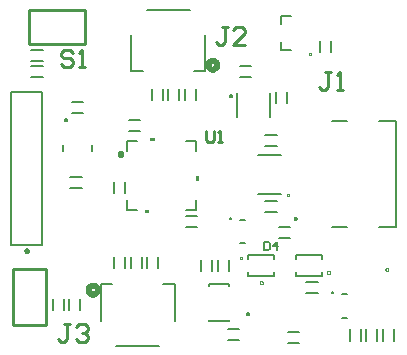
<source format=gto>
%FSTAX23Y23*%
%MOIN*%
%SFA1B1*%

%IPPOS*%
%ADD10C,0.020000*%
%ADD11C,0.007874*%
%ADD12C,0.009843*%
%ADD13C,0.005000*%
%ADD14C,0.000000*%
%ADD15C,0.006000*%
%ADD16C,0.010000*%
%ADD17C,0.006063*%
%ADD18C,0.003000*%
%ADD19C,0.012000*%
%LNcoaster-1*%
%LPD*%
G36*
X00483Y0047D02*
X00468D01*
Y0046*
X00483*
Y0047*
G37*
G36*
X00502Y00699D02*
X00487D01*
Y00709*
X00502*
Y00699*
G37*
G36*
X00639Y00582D02*
X00649D01*
Y00567*
X00639*
Y00582*
G37*
G54D10*
X00312Y00202D02*
D01*
X00311Y00203*
X00311Y00204*
X00311Y00205*
X00311Y00206*
X00311Y00207*
X0031Y00208*
X0031Y00209*
X00309Y0021*
X00309Y00211*
X00308Y00212*
X00307Y00213*
X00307Y00213*
X00306Y00214*
X00305Y00215*
X00304Y00215*
X00303Y00216*
X00302Y00216*
X00301Y00216*
X003Y00217*
X00299Y00217*
X00298Y00217*
X00297Y00217*
X00296*
X00295Y00217*
X00294Y00217*
X00293Y00217*
X00292Y00216*
X00291Y00216*
X0029Y00216*
X00289Y00215*
X00288Y00215*
X00287Y00214*
X00286Y00213*
X00286Y00213*
X00285Y00212*
X00284Y00211*
X00284Y0021*
X00283Y00209*
X00283Y00208*
X00282Y00207*
X00282Y00206*
X00282Y00205*
X00282Y00204*
X00282Y00203*
X00282Y00202*
X00282Y00201*
X00282Y002*
X00282Y00199*
X00282Y00198*
X00282Y00197*
X00283Y00196*
X00283Y00195*
X00284Y00194*
X00284Y00193*
X00285Y00192*
X00286Y00192*
X00286Y00191*
X00287Y0019*
X00288Y0019*
X00289Y00189*
X0029Y00189*
X00291Y00188*
X00292Y00188*
X00293Y00188*
X00294Y00187*
X00295Y00187*
X00296Y00187*
X00297*
X00298Y00187*
X00299Y00187*
X003Y00188*
X00301Y00188*
X00302Y00188*
X00303Y00189*
X00304Y00189*
X00305Y0019*
X00306Y0019*
X00307Y00191*
X00307Y00192*
X00308Y00192*
X00309Y00193*
X00309Y00194*
X0031Y00195*
X0031Y00196*
X00311Y00197*
X00311Y00198*
X00311Y00199*
X00311Y002*
X00311Y00201*
X00312Y00202*
X0071Y00952D02*
D01*
X0071Y00953*
X0071Y00954*
X0071Y00955*
X00709Y00956*
X00709Y00957*
X00709Y00958*
X00708Y00959*
X00708Y0096*
X00707Y00961*
X00707Y00962*
X00706Y00962*
X00705Y00963*
X00704Y00964*
X00703Y00964*
X00703Y00965*
X00702Y00965*
X00701Y00966*
X007Y00966*
X00699Y00966*
X00698Y00967*
X00697Y00967*
X00696Y00967*
X00695*
X00693Y00967*
X00692Y00967*
X00691Y00966*
X0069Y00966*
X00689Y00966*
X00688Y00965*
X00688Y00965*
X00687Y00964*
X00686Y00964*
X00685Y00963*
X00684Y00962*
X00684Y00962*
X00683Y00961*
X00682Y0096*
X00682Y00959*
X00681Y00958*
X00681Y00957*
X00681Y00956*
X0068Y00955*
X0068Y00954*
X0068Y00953*
X0068Y00952*
X0068Y00951*
X0068Y0095*
X0068Y00949*
X00681Y00948*
X00681Y00947*
X00681Y00946*
X00682Y00945*
X00682Y00944*
X00683Y00943*
X00684Y00942*
X00684Y00941*
X00685Y00941*
X00686Y0094*
X00687Y00939*
X00688Y00939*
X00688Y00938*
X00689Y00938*
X0069Y00938*
X00691Y00937*
X00692Y00937*
X00693Y00937*
X00695Y00937*
X00696*
X00697Y00937*
X00698Y00937*
X00699Y00937*
X007Y00938*
X00701Y00938*
X00702Y00938*
X00703Y00939*
X00703Y00939*
X00704Y0094*
X00705Y00941*
X00706Y00941*
X00707Y00942*
X00707Y00943*
X00708Y00944*
X00708Y00945*
X00709Y00946*
X00709Y00947*
X00709Y00948*
X0071Y00949*
X0071Y0095*
X0071Y00951*
X0071Y00952*
G54D11*
X0021Y00769D02*
D01*
X0021Y0077*
X0021Y0077*
X0021Y0077*
X0021Y0077*
X0021Y00771*
X0021Y00771*
X0021Y00771*
X0021Y00771*
X00209Y00772*
X00209Y00772*
X00209Y00772*
X00209Y00772*
X00209Y00772*
X00209Y00773*
X00208Y00773*
X00208Y00773*
X00208Y00773*
X00208Y00773*
X00207Y00773*
X00207Y00773*
X00207Y00773*
X00206Y00773*
X00206*
X00206Y00773*
X00206Y00773*
X00205Y00773*
X00205Y00773*
X00205Y00773*
X00205Y00773*
X00204Y00773*
X00204Y00773*
X00204Y00772*
X00204Y00772*
X00203Y00772*
X00203Y00772*
X00203Y00772*
X00203Y00771*
X00203Y00771*
X00203Y00771*
X00203Y00771*
X00203Y0077*
X00202Y0077*
X00202Y0077*
X00202Y0077*
X00202Y00769*
X00202Y00769*
X00202Y00769*
X00202Y00769*
X00203Y00768*
X00203Y00768*
X00203Y00768*
X00203Y00768*
X00203Y00767*
X00203Y00767*
X00203Y00767*
X00203Y00767*
X00204Y00766*
X00204Y00766*
X00204Y00766*
X00204Y00766*
X00205Y00766*
X00205Y00766*
X00205Y00766*
X00205Y00766*
X00206Y00765*
X00206Y00765*
X00206Y00765*
X00206*
X00207Y00765*
X00207Y00765*
X00207Y00766*
X00208Y00766*
X00208Y00766*
X00208Y00766*
X00208Y00766*
X00209Y00766*
X00209Y00766*
X00209Y00766*
X00209Y00767*
X00209Y00767*
X00209Y00767*
X0021Y00767*
X0021Y00768*
X0021Y00768*
X0021Y00768*
X0021Y00768*
X0021Y00769*
X0021Y00769*
X0021Y00769*
X0021Y00769*
X00976Y00441D02*
D01*
X00976Y00441*
X00976Y00441*
X00976Y00441*
X00975Y00442*
X00975Y00442*
X00975Y00442*
X00975Y00443*
X00975Y00443*
X00975Y00443*
X00975Y00443*
X00975Y00443*
X00974Y00444*
X00974Y00444*
X00974Y00444*
X00974Y00444*
X00973Y00444*
X00973Y00444*
X00973Y00444*
X00973Y00445*
X00972Y00445*
X00972Y00445*
X00972Y00445*
X00972*
X00971Y00445*
X00971Y00445*
X00971Y00445*
X0097Y00444*
X0097Y00444*
X0097Y00444*
X0097Y00444*
X0097Y00444*
X00969Y00444*
X00969Y00444*
X00969Y00443*
X00969Y00443*
X00969Y00443*
X00968Y00443*
X00968Y00443*
X00968Y00442*
X00968Y00442*
X00968Y00442*
X00968Y00441*
X00968Y00441*
X00968Y00441*
X00968Y00441*
X00968Y0044*
X00968Y0044*
X00968Y0044*
X00968Y0044*
X00968Y00439*
X00968Y00439*
X00968Y00439*
X00968Y00439*
X00969Y00438*
X00969Y00438*
X00969Y00438*
X00969Y00438*
X00969Y00438*
X0097Y00437*
X0097Y00437*
X0097Y00437*
X0097Y00437*
X0097Y00437*
X00971Y00437*
X00971Y00437*
X00971Y00437*
X00972Y00437*
X00972*
X00972Y00437*
X00972Y00437*
X00973Y00437*
X00973Y00437*
X00973Y00437*
X00973Y00437*
X00974Y00437*
X00974Y00437*
X00974Y00438*
X00974Y00438*
X00975Y00438*
X00975Y00438*
X00975Y00438*
X00975Y00439*
X00975Y00439*
X00975Y00439*
X00975Y00439*
X00975Y0044*
X00976Y0044*
X00976Y0044*
X00976Y0044*
X00976Y00441*
X00816Y00122D02*
D01*
X00816Y00122*
X00816Y00123*
X00816Y00123*
X00815Y00123*
X00815Y00123*
X00815Y00124*
X00815Y00124*
X00815Y00124*
X00815Y00124*
X00815Y00125*
X00815Y00125*
X00814Y00125*
X00814Y00125*
X00814Y00125*
X00814Y00126*
X00813Y00126*
X00813Y00126*
X00813Y00126*
X00813Y00126*
X00812Y00126*
X00812Y00126*
X00812Y00126*
X00812*
X00811Y00126*
X00811Y00126*
X00811Y00126*
X0081Y00126*
X0081Y00126*
X0081Y00126*
X0081Y00126*
X0081Y00125*
X00809Y00125*
X00809Y00125*
X00809Y00125*
X00809Y00125*
X00809Y00124*
X00808Y00124*
X00808Y00124*
X00808Y00124*
X00808Y00123*
X00808Y00123*
X00808Y00123*
X00808Y00123*
X00808Y00122*
X00808Y00122*
X00808Y00122*
X00808Y00122*
X00808Y00121*
X00808Y00121*
X00808Y00121*
X00808Y0012*
X00808Y0012*
X00808Y0012*
X00809Y0012*
X00809Y0012*
X00809Y00119*
X00809Y00119*
X00809Y00119*
X0081Y00119*
X0081Y00119*
X0081Y00119*
X0081Y00118*
X0081Y00118*
X00811Y00118*
X00811Y00118*
X00811Y00118*
X00812Y00118*
X00812*
X00812Y00118*
X00812Y00118*
X00813Y00118*
X00813Y00118*
X00813Y00118*
X00813Y00119*
X00814Y00119*
X00814Y00119*
X00814Y00119*
X00814Y00119*
X00815Y00119*
X00815Y0012*
X00815Y0012*
X00815Y0012*
X00815Y0012*
X00815Y0012*
X00815Y00121*
X00815Y00121*
X00816Y00121*
X00816Y00122*
X00816Y00122*
X00816Y00122*
X00759Y0085D02*
D01*
X00759Y0085*
X00759Y0085*
X00759Y00851*
X00759Y00851*
X00759Y00851*
X00759Y00851*
X00759Y00852*
X00759Y00852*
X00759Y00852*
X00758Y00852*
X00758Y00853*
X00758Y00853*
X00758Y00853*
X00758Y00853*
X00757Y00853*
X00757Y00853*
X00757Y00853*
X00757Y00854*
X00756Y00854*
X00756Y00854*
X00756Y00854*
X00756Y00854*
X00755*
X00755Y00854*
X00755Y00854*
X00755Y00854*
X00754Y00854*
X00754Y00853*
X00754Y00853*
X00753Y00853*
X00753Y00853*
X00753Y00853*
X00753Y00853*
X00753Y00853*
X00752Y00852*
X00752Y00852*
X00752Y00852*
X00752Y00852*
X00752Y00851*
X00752Y00851*
X00752Y00851*
X00752Y00851*
X00752Y0085*
X00752Y0085*
X00752Y0085*
X00752Y0085*
X00752Y00849*
X00752Y00849*
X00752Y00849*
X00752Y00848*
X00752Y00848*
X00752Y00848*
X00752Y00848*
X00752Y00847*
X00752Y00847*
X00753Y00847*
X00753Y00847*
X00753Y00847*
X00753Y00847*
X00753Y00846*
X00754Y00846*
X00754Y00846*
X00754Y00846*
X00755Y00846*
X00755Y00846*
X00755Y00846*
X00755Y00846*
X00756*
X00756Y00846*
X00756Y00846*
X00756Y00846*
X00757Y00846*
X00757Y00846*
X00757Y00846*
X00757Y00846*
X00758Y00847*
X00758Y00847*
X00758Y00847*
X00758Y00847*
X00758Y00847*
X00759Y00847*
X00759Y00848*
X00759Y00848*
X00759Y00848*
X00759Y00848*
X00759Y00849*
X00759Y00849*
X00759Y00849*
X00759Y0085*
X00759Y0085*
X00127Y00351D02*
Y00863D01*
X00022Y00351D02*
X00127D01*
X00022D02*
Y00863D01*
X00127*
X01093Y00765D02*
X01141D01*
X01093Y00414D02*
X01141D01*
X01248Y00765D02*
X01307D01*
Y00414D02*
Y00765D01*
X01248Y00414D02*
X01307D01*
G54D12*
X00079Y00333D02*
D01*
X00079Y00334*
X00079Y00334*
X00079Y00334*
X00079Y00335*
X00079Y00335*
X00079Y00335*
X00079Y00336*
X00079Y00336*
X00078Y00336*
X00078Y00337*
X00078Y00337*
X00078Y00337*
X00078Y00337*
X00077Y00337*
X00077Y00338*
X00077Y00338*
X00076Y00338*
X00076Y00338*
X00076Y00338*
X00075Y00338*
X00075Y00338*
X00075Y00338*
X00074*
X00074Y00338*
X00074Y00338*
X00073Y00338*
X00073Y00338*
X00073Y00338*
X00072Y00338*
X00072Y00338*
X00072Y00337*
X00071Y00337*
X00071Y00337*
X00071Y00337*
X00071Y00337*
X00071Y00336*
X0007Y00336*
X0007Y00336*
X0007Y00335*
X0007Y00335*
X0007Y00335*
X0007Y00334*
X0007Y00334*
X0007Y00334*
X0007Y00333*
X0007Y00333*
X0007Y00333*
X0007Y00332*
X0007Y00332*
X0007Y00332*
X0007Y00331*
X0007Y00331*
X0007Y00331*
X00071Y0033*
X00071Y0033*
X00071Y0033*
X00071Y0033*
X00071Y00329*
X00072Y00329*
X00072Y00329*
X00072Y00329*
X00073Y00329*
X00073Y00329*
X00073Y00329*
X00074Y00329*
X00074Y00328*
X00074Y00328*
X00075*
X00075Y00328*
X00075Y00329*
X00076Y00329*
X00076Y00329*
X00076Y00329*
X00077Y00329*
X00077Y00329*
X00077Y00329*
X00078Y00329*
X00078Y0033*
X00078Y0033*
X00078Y0033*
X00078Y0033*
X00079Y00331*
X00079Y00331*
X00079Y00331*
X00079Y00332*
X00079Y00332*
X00079Y00332*
X00079Y00333*
X00079Y00333*
X00079Y00333*
G54D13*
X00757Y00442D02*
D01*
X00756Y00442*
X00756Y00442*
X00756Y00442*
X00756Y00443*
X00756Y00443*
X00756Y00443*
X00756Y00443*
X00756Y00443*
X00756Y00443*
X00756Y00443*
X00756Y00443*
X00756Y00444*
X00756Y00444*
X00756Y00444*
X00756Y00444*
X00755Y00444*
X00755Y00444*
X00755Y00444*
X00755Y00444*
X00755Y00444*
X00755Y00444*
X00755Y00444*
X00754*
X00754Y00444*
X00754Y00444*
X00754Y00444*
X00754Y00444*
X00754Y00444*
X00754Y00444*
X00754Y00444*
X00753Y00444*
X00753Y00444*
X00753Y00444*
X00753Y00443*
X00753Y00443*
X00753Y00443*
X00753Y00443*
X00753Y00443*
X00753Y00443*
X00753Y00443*
X00753Y00443*
X00753Y00442*
X00753Y00442*
X00753Y00442*
X00753Y00442*
X00753Y00442*
X00753Y00442*
X00753Y00442*
X00753Y00441*
X00753Y00441*
X00753Y00441*
X00753Y00441*
X00753Y00441*
X00753Y00441*
X00753Y00441*
X00753Y00441*
X00753Y00441*
X00753Y0044*
X00753Y0044*
X00754Y0044*
X00754Y0044*
X00754Y0044*
X00754Y0044*
X00754Y0044*
X00754Y0044*
X00754Y0044*
X00754Y0044*
X00755*
X00755Y0044*
X00755Y0044*
X00755Y0044*
X00755Y0044*
X00755Y0044*
X00755Y0044*
X00756Y0044*
X00756Y0044*
X00756Y0044*
X00756Y00441*
X00756Y00441*
X00756Y00441*
X00756Y00441*
X00756Y00441*
X00756Y00441*
X00756Y00441*
X00756Y00441*
X00756Y00441*
X00756Y00442*
X00756Y00442*
X00756Y00442*
X00757Y00442*
X01097Y00195D02*
D01*
X01096Y00195*
X01096Y00195*
X01096Y00195*
X01096Y00195*
X01096Y00195*
X01096Y00195*
X01096Y00195*
X01096Y00196*
X01096Y00196*
X01096Y00196*
X01096Y00196*
X01096Y00196*
X01096Y00196*
X01096Y00196*
X01096Y00196*
X01095Y00196*
X01095Y00196*
X01095Y00196*
X01095Y00196*
X01095Y00196*
X01095Y00196*
X01095Y00196*
X01094*
X01094Y00196*
X01094Y00196*
X01094Y00196*
X01094Y00196*
X01094Y00196*
X01094Y00196*
X01094Y00196*
X01093Y00196*
X01093Y00196*
X01093Y00196*
X01093Y00196*
X01093Y00196*
X01093Y00196*
X01093Y00196*
X01093Y00195*
X01093Y00195*
X01093Y00195*
X01093Y00195*
X01093Y00195*
X01093Y00195*
X01093Y00195*
X01093Y00195*
X01093Y00194*
X01093Y00194*
X01093Y00194*
X01093Y00194*
X01093Y00194*
X01093Y00194*
X01093Y00194*
X01093Y00193*
X01093Y00193*
X01093Y00193*
X01093Y00193*
X01093Y00193*
X01093Y00193*
X01093Y00193*
X01094Y00193*
X01094Y00193*
X01094Y00193*
X01094Y00193*
X01094Y00193*
X01094Y00193*
X01094Y00193*
X01094Y00193*
X01095*
X01095Y00193*
X01095Y00193*
X01095Y00193*
X01095Y00193*
X01095Y00193*
X01095Y00193*
X01096Y00193*
X01096Y00193*
X01096Y00193*
X01096Y00193*
X01096Y00193*
X01096Y00193*
X01096Y00193*
X01096Y00193*
X01096Y00194*
X01096Y00194*
X01096Y00194*
X01096Y00194*
X01096Y00194*
X01096Y00194*
X01096Y00194*
X01097Y00195*
X00403Y00525D02*
Y00564D01*
X00366Y00525D02*
Y00564D01*
X00294Y00666D02*
Y00687D01*
X00195Y00666D02*
Y00687D01*
X00945Y00026D02*
X00984D01*
X00945Y00063D02*
X00984D01*
X00605Y00448D02*
X00644D01*
X00605Y00411D02*
X00644D01*
X00415Y00731D02*
X00454D01*
X00415Y00768D02*
X00454D01*
X01151Y00033D02*
Y00072D01*
X01188Y00033D02*
Y00072D01*
X00785Y00436D02*
X00804D01*
X00785Y00358D02*
X00804D01*
X01125Y0011D02*
X01144D01*
X01125Y00189D02*
X01144D01*
X00906Y00825D02*
Y00864D01*
X00943Y00825D02*
Y00864D01*
X00491Y00835D02*
Y00874D01*
X00528Y00835D02*
Y00874D01*
X00513Y00275D02*
Y00314D01*
X00476Y00275D02*
Y00314D01*
X00745Y00073D02*
X00784D01*
X00745Y00036D02*
X00784D01*
X01088Y00995D02*
Y01034D01*
X01051Y00995D02*
Y01034D01*
X01206Y00033D02*
Y00072D01*
X01243Y00033D02*
Y00072D01*
X0009Y00966D02*
X00129D01*
X0009Y01003D02*
X00129D01*
X00161Y00135D02*
Y00174D01*
X00198Y00135D02*
Y00174D01*
X00253Y00135D02*
Y00174D01*
X00216Y00135D02*
Y00174D01*
X00785Y00911D02*
X00824D01*
X00785Y00948D02*
X00824D01*
X00915Y00376D02*
X00954D01*
X00915Y00413D02*
X00954D01*
X01261Y00033D02*
Y00072D01*
X01298Y00033D02*
Y00072D01*
X0009Y00911D02*
X00129D01*
X0009Y00948D02*
X00129D01*
X01006Y00191D02*
X01046D01*
X01006Y00228D02*
X01046D01*
X00656Y00265D02*
Y00304D01*
X00693Y00265D02*
Y00304D01*
X00748Y00265D02*
Y00304D01*
X00711Y00265D02*
Y00304D01*
X00403Y00275D02*
Y00314D01*
X00366Y00275D02*
Y00314D01*
X00748Y00098D02*
Y00102D01*
X00681Y00098D02*
Y00102D01*
Y00217D02*
Y00221D01*
X00748Y00217D02*
Y00221D01*
X00681D02*
X00748D01*
X00681Y00098D02*
X00748D01*
X00885Y0078D02*
Y00859D01*
X00777Y0078D02*
Y00859D01*
X00924Y01002D02*
Y0103D01*
Y01089D02*
Y01117D01*
X00955*
X00924Y01002D02*
X00955D01*
X00546Y00835D02*
Y00874D01*
X00583Y00835D02*
Y00874D01*
X00601Y00835D02*
Y00874D01*
X00638Y00835D02*
Y00874D01*
X00458Y00275D02*
Y00314D01*
X00421Y00275D02*
Y00314D01*
X0087Y00461D02*
X00909D01*
X0087Y00498D02*
X00909D01*
X0087Y00718D02*
X00909D01*
X0087Y00681D02*
X00909D01*
X00225Y00828D02*
X00264D01*
X00225Y00791D02*
X00264D01*
X0022Y00541D02*
X00259D01*
X0022Y00578D02*
X00259D01*
G54D14*
X00862Y00226D02*
D01*
X00862Y00227*
X00862Y00227*
X00861Y00227*
X00861Y00228*
X00861Y00228*
X00861Y00228*
X00861Y00229*
X00861Y00229*
X00861Y00229*
X0086Y00229*
X0086Y0023*
X0086Y0023*
X0086Y0023*
X00859Y0023*
X00859Y0023*
X00859Y00231*
X00858Y00231*
X00858Y00231*
X00858Y00231*
X00857Y00231*
X00857Y00231*
X00857Y00231*
X00856*
X00856Y00231*
X00856Y00231*
X00855Y00231*
X00855Y00231*
X00855Y00231*
X00854Y00231*
X00854Y0023*
X00854Y0023*
X00854Y0023*
X00853Y0023*
X00853Y0023*
X00853Y00229*
X00853Y00229*
X00852Y00229*
X00852Y00229*
X00852Y00228*
X00852Y00228*
X00852Y00228*
X00852Y00227*
X00852Y00227*
X00852Y00227*
X00852Y00226*
X00852Y00226*
X00852Y00225*
X00852Y00225*
X00852Y00225*
X00852Y00224*
X00852Y00224*
X00852Y00224*
X00852Y00224*
X00853Y00223*
X00853Y00223*
X00853Y00223*
X00853Y00222*
X00854Y00222*
X00854Y00222*
X00854Y00222*
X00854Y00222*
X00855Y00222*
X00855Y00221*
X00855Y00221*
X00856Y00221*
X00856Y00221*
X00856Y00221*
X00857*
X00857Y00221*
X00857Y00221*
X00858Y00221*
X00858Y00221*
X00858Y00222*
X00859Y00222*
X00859Y00222*
X00859Y00222*
X0086Y00222*
X0086Y00222*
X0086Y00223*
X0086Y00223*
X00861Y00223*
X00861Y00224*
X00861Y00224*
X00861Y00224*
X00861Y00224*
X00861Y00225*
X00861Y00225*
X00862Y00225*
X00862Y00226*
X00862Y00226*
X0128Y00271D02*
D01*
X0128Y00272*
X0128Y00272*
X0128Y00272*
X0128Y00273*
X0128Y00273*
X0128Y00273*
X0128Y00274*
X01279Y00274*
X01279Y00274*
X01279Y00275*
X01279Y00275*
X01279Y00275*
X01278Y00275*
X01278Y00276*
X01278Y00276*
X01277Y00276*
X01277Y00276*
X01277Y00276*
X01276Y00276*
X01276Y00276*
X01276Y00276*
X01275Y00276*
X01275*
X01275Y00276*
X01274Y00276*
X01274Y00276*
X01274Y00276*
X01273Y00276*
X01273Y00276*
X01273Y00276*
X01272Y00276*
X01272Y00275*
X01272Y00275*
X01272Y00275*
X01271Y00275*
X01271Y00274*
X01271Y00274*
X01271Y00274*
X01271Y00273*
X01271Y00273*
X0127Y00273*
X0127Y00272*
X0127Y00272*
X0127Y00272*
X0127Y00271*
X0127Y00271*
X0127Y00271*
X0127Y0027*
X0127Y0027*
X01271Y0027*
X01271Y00269*
X01271Y00269*
X01271Y00269*
X01271Y00268*
X01271Y00268*
X01272Y00268*
X01272Y00268*
X01272Y00267*
X01272Y00267*
X01273Y00267*
X01273Y00267*
X01273Y00267*
X01274Y00267*
X01274Y00267*
X01274Y00267*
X01275Y00266*
X01275Y00266*
X01275*
X01276Y00266*
X01276Y00267*
X01276Y00267*
X01277Y00267*
X01277Y00267*
X01277Y00267*
X01278Y00267*
X01278Y00267*
X01278Y00267*
X01279Y00268*
X01279Y00268*
X01279Y00268*
X01279Y00268*
X01279Y00269*
X0128Y00269*
X0128Y00269*
X0128Y0027*
X0128Y0027*
X0128Y0027*
X0128Y00271*
X0128Y00271*
X0128Y00271*
X01024Y00989D02*
D01*
X01024Y00989*
X01024Y00989*
X01024Y00989*
X01024Y0099*
X01024Y0099*
X01024Y0099*
X01024Y0099*
X01024Y00991*
X01024Y00991*
X01023Y00991*
X01023Y00991*
X01023Y00992*
X01023Y00992*
X01023Y00992*
X01022Y00992*
X01022Y00992*
X01022Y00992*
X01022Y00992*
X01021Y00992*
X01021Y00993*
X01021Y00993*
X01021Y00993*
X0102*
X0102Y00993*
X0102Y00993*
X01019Y00992*
X01019Y00992*
X01019Y00992*
X01019Y00992*
X01018Y00992*
X01018Y00992*
X01018Y00992*
X01018Y00992*
X01018Y00991*
X01017Y00991*
X01017Y00991*
X01017Y00991*
X01017Y0099*
X01017Y0099*
X01017Y0099*
X01017Y0099*
X01017Y00989*
X01017Y00989*
X01016Y00989*
X01016Y00989*
X01016Y00988*
X01017Y00988*
X01017Y00988*
X01017Y00988*
X01017Y00987*
X01017Y00987*
X01017Y00987*
X01017Y00987*
X01017Y00986*
X01017Y00986*
X01018Y00986*
X01018Y00986*
X01018Y00986*
X01018Y00985*
X01018Y00985*
X01019Y00985*
X01019Y00985*
X01019Y00985*
X01019Y00985*
X0102Y00985*
X0102Y00985*
X0102Y00985*
X01021*
X01021Y00985*
X01021Y00985*
X01021Y00985*
X01022Y00985*
X01022Y00985*
X01022Y00985*
X01022Y00985*
X01023Y00985*
X01023Y00986*
X01023Y00986*
X01023Y00986*
X01023Y00986*
X01024Y00986*
X01024Y00987*
X01024Y00987*
X01024Y00987*
X01024Y00987*
X01024Y00988*
X01024Y00988*
X01024Y00988*
X01024Y00988*
X01024Y00989*
G54D15*
X00322Y00222D02*
X00359D01*
X00568Y001D02*
Y00222D01*
X00373Y00017D02*
X00516D01*
X00322Y001D02*
Y00222D01*
X0053D02*
X00568D01*
X00898Y00306D02*
Y00319D01*
X00811Y0025D02*
Y00263D01*
Y00306D02*
Y00319D01*
X00898*
Y0025D02*
Y00263D01*
X00811Y0025D02*
X00898D01*
X00971D02*
Y00263D01*
X01058Y00306D02*
Y00319D01*
Y0025D02*
Y00263D01*
X00971Y0025D02*
X01058D01*
X00971Y00306D02*
Y00319D01*
X01058*
X00424Y00932D02*
X00462D01*
X0067D02*
Y01054D01*
X00475Y01137D02*
X00619D01*
X00424Y00932D02*
Y01054D01*
X00632Y00932D02*
X0067D01*
X00409Y00469D02*
X00443D01*
X0064D02*
Y00503D01*
X00606Y007D02*
X0064D01*
X00409Y00666D02*
Y007D01*
Y00469D02*
Y00503D01*
X00606Y00469D02*
X0064D01*
Y00666D02*
Y007D01*
X00409D02*
X00443D01*
X00845Y00653D02*
X00924D01*
X00845Y00523D02*
X00924D01*
G54D16*
X00269Y01024D02*
Y01135D01*
X00081Y01024D02*
Y01135D01*
Y01024D02*
X00269D01*
X00081Y01135D02*
X00269D01*
X00029Y00086D02*
X0014D01*
X00029Y00274D02*
X0014D01*
X00029Y00086D02*
Y00274D01*
X0014Y00086D02*
Y00274D01*
X0022Y00089D02*
X002D01*
X0021*
Y0004*
X002Y0003*
X0019*
X0018Y0004*
X00239Y00079D02*
X00249Y00089D01*
X00269*
X00279Y00079*
Y00069*
X00269Y0006*
X00259*
X00269*
X00279Y0005*
Y0004*
X00269Y0003*
X00249*
X00239Y0004*
X0023Y00994D02*
X0022Y01004D01*
X002*
X0019Y00994*
Y00984*
X002Y00975*
X0022*
X0023Y00965*
Y00955*
X0022Y00945*
X002*
X0019Y00955*
X00249Y00945D02*
X00269D01*
X00259*
Y01004*
X00249Y00994*
X00745Y01079D02*
X00725D01*
X00735*
Y0103*
X00725Y0102*
X00715*
X00705Y0103*
X00804Y0102D02*
X00764D01*
X00804Y01059*
Y01069*
X00794Y01079*
X00774*
X00764Y01069*
X00673Y00734D02*
Y00701D01*
X0068Y00695*
X00693*
X007Y00701*
Y00734*
X00713Y00695D02*
X00726D01*
X00719*
Y00734*
X00713Y00728*
X0109Y00929D02*
X0107D01*
X0108*
Y0088*
X0107Y0087*
X0106*
X0105Y0088*
X01109Y0087D02*
X01129D01*
X01119*
Y00929*
X01109Y00919*
G54D17*
X00865Y00364D02*
Y00335D01*
X0088*
X00885Y0034*
Y00359*
X0088Y00364*
X00865*
X00909Y00335D02*
Y00364D01*
X00895Y0035*
X00914*
G54D18*
X00785Y00305D02*
Y00313D01*
X00793*
Y00305*
X00785*
X01085Y00265D02*
Y00256D01*
X01076*
Y00265*
X01085*
X00949Y00523D02*
Y00515D01*
X00941*
Y00523*
X00949*
G54D19*
X00385Y0065D02*
Y00658D01*
X00393*
Y0065*
X00385*
M02*
</source>
